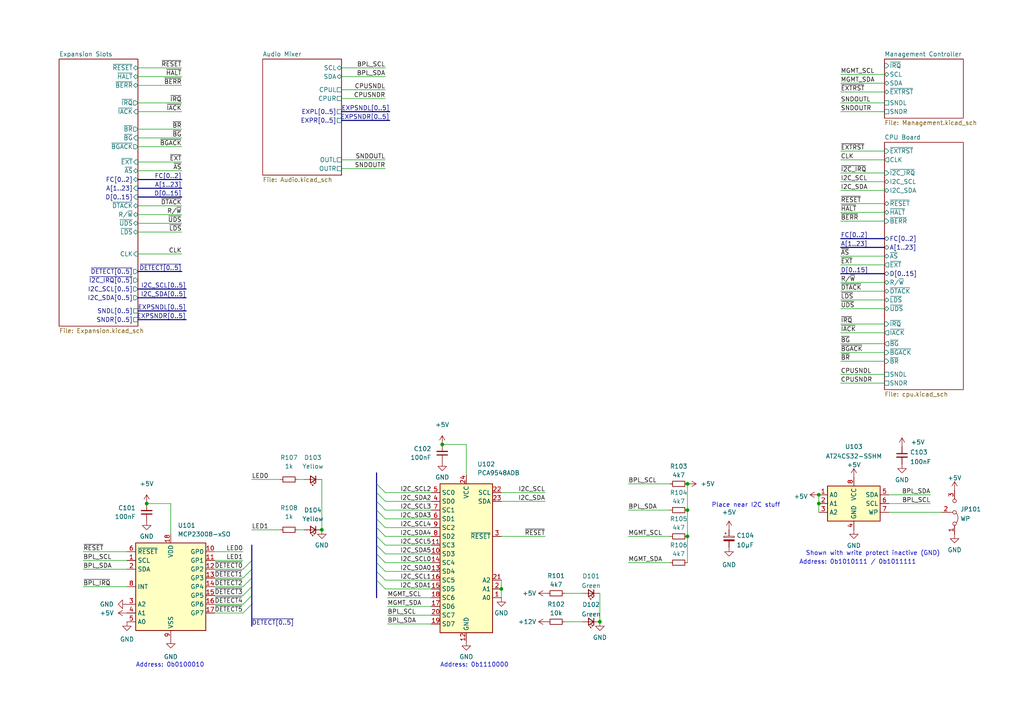
<source format=kicad_sch>
(kicad_sch (version 20211123) (generator eeschema)
  (paper "A4")
  (lib_symbols
    (symbol "Device:C_Polarized_Small" (pin_numbers hide) (pin_names (offset 0.254) hide)
      (property "Reference" "C" (at 0.254 1.778 0))
      (property "Value" "C_Polarized_Small" (at 0.254 -2.032 0))
      (symbol "C_Polarized_Small_0_1"
        (rectangle (start -1.524 -0.3048) (end 1.524 -0.6858) (fill (type outline)))
        (rectangle (start -1.524 0.6858) (end 1.524 0.3048))
        (polyline (pts (xy -1.27 1.524) (xy -0.762 1.524)))
        (polyline (pts (xy -1.016 1.27) (xy -1.016 1.778)))
      )
      (symbol "C_Polarized_Small_1_1"
        (pin passive line (at 0 2.54 270) (length 1.8542) (name "~") (number "1"))
        (pin passive line (at 0 -2.54 90) (length 1.8542) (name "~") (number "2"))
      )
    )
    (symbol "Device:C_Small" (pin_numbers hide) (pin_names (offset 0.254) hide)
      (property "Reference" "C" (at 0.254 1.778 0))
      (property "Value" "C_Small" (at 0.254 -2.032 0))
      (symbol "C_Small_0_1"
        (polyline (pts (xy -1.524 -0.508) (xy 1.524 -0.508)) (stroke (width 0.3302)))
        (polyline (pts (xy -1.524 0.508) (xy 1.524 0.508)) (stroke (width 0.3048)))
      )
      (symbol "C_Small_1_1"
        (pin passive line (at 0 2.54 270) (length 2.032) (name "~") (number "1"))
        (pin passive line (at 0 -2.54 90) (length 2.032) (name "~") (number "2"))
      )
    )
    (symbol "Device:LED_Small" (pin_numbers hide) (pin_names (offset 0.254) hide)
      (property "Reference" "D" (at -1.27 3.175 0))
      (property "Value" "LED_Small" (at -4.445 -2.54 0))
      (symbol "LED_Small_0_1"
        (polyline (pts (xy -0.762 -1.016) (xy -0.762 1.016)) (stroke (width 0.254)))
        (polyline (pts (xy 1.016 0) (xy -0.762 0)))
        (polyline (pts (xy 0.762 -1.016) (xy -0.762 0) (xy 0.762 1.016) (xy 0.762 -1.016)) (stroke (width 0.254)))
        (polyline (pts (xy 0 0.762) (xy -0.508 1.27) (xy -0.254 1.27) (xy -0.508 1.27) (xy -0.508 1.016)))
        (polyline (pts (xy 0.508 1.27) (xy 0 1.778) (xy 0.254 1.778) (xy 0 1.778) (xy 0 1.524)))
      )
      (symbol "LED_Small_1_1"
        (pin passive line (at -2.54 0 0) (length 1.778) (name "K") (number "1"))
        (pin passive line (at 2.54 0 180) (length 1.778) (name "A") (number "2"))
      )
    )
    (symbol "Device:R_Small" (pin_numbers hide) (pin_names (offset 0.254) hide)
      (property "Reference" "R" (at 0.762 0.508 0))
      (property "Value" "R_Small" (at 0.762 -1.016 0))
      (symbol "R_Small_0_1"
        (rectangle (start -0.762 1.778) (end 0.762 -1.778) (stroke (width 0.2032)))
      )
      (symbol "R_Small_1_1"
        (pin passive line (at 0 2.54 270) (length 0.762) (name "~") (number "1"))
        (pin passive line (at 0 -2.54 90) (length 0.762) (name "~") (number "2"))
      )
    )
    (symbol "Interface_Expansion:MCP23008-xSO"
      (property "Reference" "U" (at -8.89 13.97 0))
      (property "Value" "MCP23008-xSO" (at 8.89 13.97 0))
      (symbol "MCP23008-xSO_0_1"
        (rectangle (start -10.16 12.7) (end 10.16 -12.7) (stroke (width 0.254)) (fill (type background)))
      )
      (symbol "MCP23008-xSO_1_1"
        (pin input line (at -12.7 7.62 0) (length 2.54) (name "SCL") (number "1"))
        (pin bidirectional line (at 12.7 10.16 180) (length 2.54) (name "GP0") (number "10"))
        (pin bidirectional line (at 12.7 7.62 180) (length 2.54) (name "GP1") (number "11"))
        (pin bidirectional line (at 12.7 5.08 180) (length 2.54) (name "GP2") (number "12"))
        (pin bidirectional line (at 12.7 2.54 180) (length 2.54) (name "GP3") (number "13"))
        (pin bidirectional line (at 12.7 0 180) (length 2.54) (name "GP4") (number "14"))
        (pin bidirectional line (at 12.7 -2.54 180) (length 2.54) (name "GP5") (number "15"))
        (pin bidirectional line (at 12.7 -5.08 180) (length 2.54) (name "GP6") (number "16"))
        (pin bidirectional line (at 12.7 -7.62 180) (length 2.54) (name "GP7") (number "17"))
        (pin power_in line (at 0 15.24 270) (length 2.54) (name "VDD") (number "18"))
        (pin bidirectional line (at -12.7 5.08 0) (length 2.54) (name "SDA") (number "2"))
        (pin input line (at -12.7 -5.08 0) (length 2.54) (name "A2") (number "3"))
        (pin input line (at -12.7 -7.62 0) (length 2.54) (name "A1") (number "4"))
        (pin input line (at -12.7 -10.16 0) (length 2.54) (name "A0") (number "5"))
        (pin input line (at -12.7 10.16 0) (length 2.54) (name "~{RESET}") (number "6"))
        (pin no_connect line (at -10.16 -2.54 0) (length 2.54) hide (name "NC") (number "7"))
        (pin output line (at -12.7 0 0) (length 2.54) (name "INT") (number "8"))
        (pin power_in line (at 0 -15.24 90) (length 2.54) (name "VSS") (number "9"))
      )
    )
    (symbol "Interface_Expansion:PCA9548ADB"
      (property "Reference" "U" (at -7.62 21.59 0))
      (property "Value" "PCA9548ADB" (at 1.016 21.59 0))
      (symbol "PCA9548ADB_0_1"
        (rectangle (start -7.62 20.32) (end 7.62 -22.86) (stroke (width 0.254)) (fill (type background)))
      )
      (symbol "PCA9548ADB_1_1"
        (pin input line (at -10.16 -12.7 0) (length 2.54) (name "A0") (number "1"))
        (pin bidirectional line (at 10.16 0 180) (length 2.54) (name "SD3") (number "10"))
        (pin output line (at 10.16 2.54 180) (length 2.54) (name "SC3") (number "11"))
        (pin power_in line (at 0 -25.4 90) (length 2.54) (name "GND") (number "12"))
        (pin bidirectional line (at 10.16 -5.08 180) (length 2.54) (name "SD4") (number "13"))
        (pin output line (at 10.16 -2.54 180) (length 2.54) (name "SC4") (number "14"))
        (pin bidirectional line (at 10.16 -10.16 180) (length 2.54) (name "SD5") (number "15"))
        (pin output line (at 10.16 -7.62 180) (length 2.54) (name "SC5") (number "16"))
        (pin bidirectional line (at 10.16 -15.24 180) (length 2.54) (name "SD6") (number "17"))
        (pin output line (at 10.16 -12.7 180) (length 2.54) (name "SC6") (number "18"))
        (pin bidirectional line (at 10.16 -20.32 180) (length 2.54) (name "SD7") (number "19"))
        (pin input line (at -10.16 -10.16 0) (length 2.54) (name "A1") (number "2"))
        (pin output line (at 10.16 -17.78 180) (length 2.54) (name "SC7") (number "20"))
        (pin input line (at -10.16 -7.62 0) (length 2.54) (name "A2") (number "21"))
        (pin input line (at -10.16 17.78 0) (length 2.54) (name "SCL") (number "22"))
        (pin bidirectional line (at -10.16 15.24 0) (length 2.54) (name "SDA") (number "23"))
        (pin power_in line (at 0 22.86 270) (length 2.54) (name "VCC") (number "24"))
        (pin input line (at -10.16 5.08 0) (length 2.54) (name "~{RESET}") (number "3"))
        (pin bidirectional line (at 10.16 15.24 180) (length 2.54) (name "SD0") (number "4"))
        (pin output line (at 10.16 17.78 180) (length 2.54) (name "SC0") (number "5"))
        (pin bidirectional line (at 10.16 10.16 180) (length 2.54) (name "SD1") (number "6"))
        (pin output line (at 10.16 12.7 180) (length 2.54) (name "SC1") (number "7"))
        (pin bidirectional line (at 10.16 5.08 180) (length 2.54) (name "SD2") (number "8"))
        (pin output line (at 10.16 7.62 180) (length 2.54) (name "SC2") (number "9"))
      )
    )
    (symbol "Jumper:Jumper_3_Bridged12" (pin_names (offset 0) hide)
      (property "Reference" "JP" (at -2.54 -2.54 0))
      (property "Value" "Jumper_3_Bridged12" (at 0 2.794 0))
      (symbol "Jumper_3_Bridged12_0_0"
        (circle (center -3.302 0) (radius 0.508))
        (circle (center 0 0) (radius 0.508))
        (circle (center 3.302 0) (radius 0.508))
      )
      (symbol "Jumper_3_Bridged12_0_1"
        (arc (start -0.254 0.508) (mid -1.651 0.9912) (end -3.048 0.508))
        (polyline (pts (xy 0 -1.27) (xy 0 -0.508)))
      )
      (symbol "Jumper_3_Bridged12_1_1"
        (pin passive line (at -6.35 0 0) (length 2.54) (name "A") (number "1"))
        (pin input line (at 0 -3.81 90) (length 2.54) (name "C") (number "2"))
        (pin passive line (at 6.35 0 180) (length 2.54) (name "B") (number "3"))
      )
    )
    (symbol "Memory_EEPROM:AT24CS32-SSHM"
      (property "Reference" "U" (at -7.62 6.35 0))
      (property "Value" "AT24CS32-SSHM" (at 2.54 -6.35 0))
      (symbol "AT24CS32-SSHM_1_1"
        (rectangle (start -7.62 5.08) (end 7.62 -5.08) (stroke (width 0.254)) (fill (type background)))
        (pin input line (at -10.16 2.54 0) (length 2.54) (name "A0") (number "1"))
        (pin input line (at -10.16 0 0) (length 2.54) (name "A1") (number "2"))
        (pin input line (at -10.16 -2.54 0) (length 2.54) (name "A2") (number "3"))
        (pin power_in line (at 0 -7.62 90) (length 2.54) (name "GND") (number "4"))
        (pin bidirectional line (at 10.16 2.54 180) (length 2.54) (name "SDA") (number "5"))
        (pin input line (at 10.16 0 180) (length 2.54) (name "SCL") (number "6"))
        (pin input line (at 10.16 -2.54 180) (length 2.54) (name "WP") (number "7"))
        (pin power_in line (at 0 7.62 270) (length 2.54) (name "VCC") (number "8"))
      )
    )
    (symbol "power:+12V" (power) (pin_names (offset 0))
      (property "Value" "+12V" (at 0 3.556 0))
      (symbol "+12V_0_1"
        (polyline (pts (xy -0.762 1.27) (xy 0 2.54)))
        (polyline (pts (xy 0 0) (xy 0 2.54)))
        (polyline (pts (xy 0 2.54) (xy 0.762 1.27)))
      )
      (symbol "+12V_1_1"
        (pin power_in line (at 0 0 90) (length 0) hide (name "+12V") (number "1"))
      )
    )
    (symbol "power:+5V" (power) (pin_names (offset 0))
      (property "Value" "+5V" (at 0 3.556 0))
      (symbol "+5V_0_1"
        (polyline (pts (xy -0.762 1.27) (xy 0 2.54)))
        (polyline (pts (xy 0 0) (xy 0 2.54)))
        (polyline (pts (xy 0 2.54) (xy 0.762 1.27)))
      )
      (symbol "+5V_1_1"
        (pin power_in line (at 0 0 90) (length 0) hide (name "+5V") (number "1"))
      )
    )
    (symbol "power:GND" (power) (pin_names (offset 0))
      (property "Value" "GND" (at 0 -3.81 0))
      (symbol "GND_0_1"
        (polyline (pts (xy 0 0) (xy 0 -1.27) (xy 1.27 -1.27) (xy 0 -2.54) (xy -1.27 -1.27) (xy 0 -1.27)))
      )
      (symbol "GND_1_1"
        (pin power_in line (at 0 0 270) (length 0) hide (name "GND") (number "1"))
      )
    )
  )
  (junction (at 93.345 153.67))
  (junction (at 237.49 146.05))
  (junction (at 173.99 180.34))
  (junction (at 199.39 147.955))
  (junction (at 128.27 128.905))
  (junction (at 199.39 155.575))
  (junction (at 42.545 146.05))
  (junction (at 145.415 170.815))
  (junction (at 237.49 143.51))
  (junction (at 199.39 140.335))
  (bus_entry (at 70.485 175.26) (size 2.54 -2.54))
  (bus_entry (at 70.485 172.72) (size 2.54 -2.54))
  (bus_entry (at 70.485 177.8) (size 2.54 -2.54))
  (bus_entry (at 70.485 165.1) (size 2.54 -2.54))
  (bus_entry (at 70.485 170.18) (size 2.54 -2.54))
  (bus_entry (at 70.485 167.64) (size 2.54 -2.54))
  (bus_entry (at 109.22 140.335) (size 2.54 2.54))
  (bus_entry (at 109.22 145.415) (size 2.54 2.54))
  (bus_entry (at 109.22 147.955) (size 2.54 2.54))
  (bus_entry (at 109.22 142.875) (size 2.54 2.54))
  (bus_entry (at 109.22 155.575) (size 2.54 2.54))
  (bus_entry (at 109.22 158.115) (size 2.54 2.54))
  (bus_entry (at 109.22 160.655) (size 2.54 2.54))
  (bus_entry (at 109.22 163.195) (size 2.54 2.54))
  (bus_entry (at 109.22 165.735) (size 2.54 2.54))
  (bus_entry (at 109.22 150.495) (size 2.54 2.54))
  (bus_entry (at 109.22 168.275) (size 2.54 2.54))
  (bus_entry (at 109.22 153.035) (size 2.54 2.54))
  (wire (pts (xy 62.23 177.8) (xy 70.485 177.8)))
  (bus (pts (xy 243.84 71.755) (xy 256.54 71.755)))
  (bus (pts (xy 109.22 147.955) (xy 109.22 150.495)))
  (wire (pts (xy 194.31 140.335) (xy 182.245 140.335)))
  (wire (pts (xy 194.31 155.575) (xy 182.245 155.575)))
  (wire (pts (xy 40.005 64.77) (xy 52.705 64.77)))
  (bus (pts (xy 40.005 78.74) (xy 52.705 78.74)))
  (wire (pts (xy 194.31 147.955) (xy 182.245 147.955)))
  (wire (pts (xy 111.76 150.495) (xy 125.095 150.495)))
  (bus (pts (xy 243.84 69.215) (xy 256.54 69.215)))
  (wire (pts (xy 111.76 22.225) (xy 99.06 22.225)))
  (wire (pts (xy 40.005 42.545) (xy 52.705 42.545)))
  (wire (pts (xy 111.76 155.575) (xy 125.095 155.575)))
  (bus (pts (xy 40.005 52.07) (xy 52.705 52.07)))
  (wire (pts (xy 173.99 172.085) (xy 173.99 180.34)))
  (wire (pts (xy 111.76 142.875) (xy 125.095 142.875)))
  (wire (pts (xy 81.28 153.67) (xy 73.025 153.67)))
  (bus (pts (xy 73.025 175.26) (xy 73.025 181.61)))
  (bus (pts (xy 109.22 165.735) (xy 109.22 168.275)))
  (bus (pts (xy 73.025 165.1) (xy 73.025 167.64)))
  (wire (pts (xy 145.415 168.275) (xy 145.415 170.815)))
  (wire (pts (xy 40.005 49.53) (xy 52.705 49.53)))
  (wire (pts (xy 24.13 160.02) (xy 36.83 160.02)))
  (wire (pts (xy 49.53 146.05) (xy 49.53 154.94)))
  (bus (pts (xy 40.005 57.15) (xy 52.705 57.15)))
  (wire (pts (xy 24.13 170.18) (xy 36.83 170.18)))
  (wire (pts (xy 257.81 146.05) (xy 269.875 146.05)))
  (wire (pts (xy 40.005 29.845) (xy 52.705 29.845)))
  (wire (pts (xy 145.415 155.575) (xy 158.115 155.575)))
  (wire (pts (xy 86.36 153.67) (xy 88.265 153.67)))
  (wire (pts (xy 257.81 143.51) (xy 269.875 143.51)))
  (wire (pts (xy 40.005 59.69) (xy 52.705 59.69)))
  (wire (pts (xy 40.005 73.66) (xy 52.705 73.66)))
  (wire (pts (xy 111.76 26.035) (xy 99.06 26.035)))
  (bus (pts (xy 40.005 90.17) (xy 53.975 90.17)))
  (wire (pts (xy 243.84 89.535) (xy 256.54 89.535)))
  (wire (pts (xy 112.395 175.895) (xy 125.095 175.895)))
  (bus (pts (xy 109.22 145.415) (xy 109.22 147.955)))
  (wire (pts (xy 73.025 139.065) (xy 81.28 139.065)))
  (wire (pts (xy 40.005 46.99) (xy 52.705 46.99)))
  (wire (pts (xy 243.84 29.845) (xy 256.54 29.845)))
  (bus (pts (xy 109.22 153.035) (xy 109.22 155.575)))
  (wire (pts (xy 111.76 46.355) (xy 99.06 46.355)))
  (wire (pts (xy 112.395 180.975) (xy 125.095 180.975)))
  (wire (pts (xy 111.76 19.685) (xy 99.06 19.685)))
  (wire (pts (xy 135.255 128.905) (xy 128.27 128.905)))
  (wire (pts (xy 243.84 104.775) (xy 256.54 104.775)))
  (wire (pts (xy 111.76 165.735) (xy 125.095 165.735)))
  (wire (pts (xy 243.84 43.815) (xy 256.54 43.815)))
  (bus (pts (xy 40.005 92.71) (xy 53.975 92.71)))
  (wire (pts (xy 243.84 111.125) (xy 256.54 111.125)))
  (wire (pts (xy 145.415 145.415) (xy 158.115 145.415)))
  (wire (pts (xy 62.23 172.72) (xy 70.485 172.72)))
  (wire (pts (xy 237.49 146.05) (xy 237.49 148.59)))
  (bus (pts (xy 109.22 158.115) (xy 109.22 160.655)))
  (wire (pts (xy 62.23 170.18) (xy 70.485 170.18)))
  (wire (pts (xy 243.84 64.135) (xy 256.54 64.135)))
  (wire (pts (xy 111.76 145.415) (xy 125.095 145.415)))
  (wire (pts (xy 135.255 128.905) (xy 135.255 137.795)))
  (bus (pts (xy 109.22 142.875) (xy 109.22 145.415)))
  (bus (pts (xy 73.025 167.64) (xy 73.025 170.18)))
  (wire (pts (xy 243.84 61.595) (xy 256.54 61.595)))
  (wire (pts (xy 62.23 160.02) (xy 70.485 160.02)))
  (wire (pts (xy 93.345 139.065) (xy 93.345 153.67)))
  (wire (pts (xy 62.23 162.56) (xy 70.485 162.56)))
  (wire (pts (xy 40.005 37.465) (xy 52.705 37.465)))
  (wire (pts (xy 62.23 165.1) (xy 70.485 165.1)))
  (wire (pts (xy 111.76 153.035) (xy 125.095 153.035)))
  (wire (pts (xy 40.005 22.225) (xy 52.705 22.225)))
  (wire (pts (xy 40.005 67.31) (xy 52.705 67.31)))
  (wire (pts (xy 199.39 140.335) (xy 199.39 147.955)))
  (wire (pts (xy 40.005 32.385) (xy 52.705 32.385)))
  (wire (pts (xy 243.84 84.455) (xy 256.54 84.455)))
  (bus (pts (xy 99.06 34.925) (xy 113.03 34.925)))
  (bus (pts (xy 109.22 163.195) (xy 109.22 165.735)))
  (bus (pts (xy 73.025 158.115) (xy 73.025 162.56)))
  (wire (pts (xy 111.76 147.955) (xy 125.095 147.955)))
  (bus (pts (xy 40.005 54.61) (xy 52.705 54.61)))
  (wire (pts (xy 243.84 99.695) (xy 256.54 99.695)))
  (wire (pts (xy 243.84 76.835) (xy 256.54 76.835)))
  (wire (pts (xy 112.395 178.435) (xy 125.095 178.435)))
  (bus (pts (xy 99.06 32.385) (xy 113.03 32.385)))
  (bus (pts (xy 109.22 168.275) (xy 109.22 173.355)))
  (wire (pts (xy 243.84 59.055) (xy 256.54 59.055)))
  (bus (pts (xy 109.22 155.575) (xy 109.22 158.115)))
  (wire (pts (xy 243.84 74.295) (xy 256.54 74.295)))
  (wire (pts (xy 40.005 24.765) (xy 52.705 24.765)))
  (wire (pts (xy 243.84 108.585) (xy 256.54 108.585)))
  (wire (pts (xy 40.005 62.23) (xy 52.705 62.23)))
  (wire (pts (xy 145.415 170.815) (xy 145.415 173.355)))
  (wire (pts (xy 49.53 146.05) (xy 42.545 146.05)))
  (wire (pts (xy 111.76 163.195) (xy 125.095 163.195)))
  (bus (pts (xy 73.025 172.72) (xy 73.025 175.26)))
  (wire (pts (xy 237.49 143.51) (xy 237.49 146.05)))
  (wire (pts (xy 111.76 158.115) (xy 125.095 158.115)))
  (bus (pts (xy 40.005 86.36) (xy 53.975 86.36)))
  (wire (pts (xy 163.83 180.34) (xy 168.91 180.34)))
  (wire (pts (xy 243.84 102.235) (xy 256.54 102.235)))
  (wire (pts (xy 243.84 32.385) (xy 256.54 32.385)))
  (bus (pts (xy 73.025 170.18) (xy 73.025 172.72)))
  (wire (pts (xy 111.76 168.275) (xy 125.095 168.275)))
  (bus (pts (xy 243.84 79.375) (xy 256.54 79.375)))
  (wire (pts (xy 243.84 24.13) (xy 256.54 24.13)))
  (wire (pts (xy 111.76 170.815) (xy 125.095 170.815)))
  (wire (pts (xy 243.84 96.52) (xy 256.54 96.52)))
  (wire (pts (xy 24.13 165.1) (xy 36.83 165.1)))
  (wire (pts (xy 243.84 52.705) (xy 256.54 52.705)))
  (wire (pts (xy 62.23 175.26) (xy 70.485 175.26)))
  (bus (pts (xy 109.22 160.655) (xy 109.22 163.195)))
  (wire (pts (xy 40.005 40.005) (xy 52.705 40.005)))
  (wire (pts (xy 199.39 155.575) (xy 199.39 163.195)))
  (wire (pts (xy 111.76 48.895) (xy 99.06 48.895)))
  (wire (pts (xy 40.005 19.685) (xy 52.705 19.685)))
  (wire (pts (xy 194.31 163.195) (xy 182.245 163.195)))
  (wire (pts (xy 86.36 139.065) (xy 88.265 139.065)))
  (wire (pts (xy 243.84 86.995) (xy 256.54 86.995)))
  (wire (pts (xy 243.84 93.98) (xy 256.54 93.98)))
  (wire (pts (xy 112.395 173.355) (xy 125.095 173.355)))
  (bus (pts (xy 109.22 140.335) (xy 109.22 142.875)))
  (wire (pts (xy 243.84 55.245) (xy 256.54 55.245)))
  (wire (pts (xy 111.76 28.575) (xy 99.06 28.575)))
  (wire (pts (xy 24.13 162.56) (xy 36.83 162.56)))
  (wire (pts (xy 243.84 46.355) (xy 256.54 46.355)))
  (wire (pts (xy 243.84 21.59) (xy 256.54 21.59)))
  (wire (pts (xy 243.84 50.165) (xy 256.54 50.165)))
  (wire (pts (xy 243.84 81.915) (xy 256.54 81.915)))
  (wire (pts (xy 199.39 147.955) (xy 199.39 155.575)))
  (bus (pts (xy 40.005 83.82) (xy 53.975 83.82)))
  (bus (pts (xy 109.22 150.495) (xy 109.22 153.035)))
  (wire (pts (xy 145.415 142.875) (xy 158.115 142.875)))
  (bus (pts (xy 73.025 162.56) (xy 73.025 165.1)))
  (wire (pts (xy 62.23 167.64) (xy 70.485 167.64)))
  (wire (pts (xy 257.81 148.59) (xy 273.05 148.59)))
  (wire (pts (xy 111.76 160.655) (xy 125.095 160.655)))
  (bus (pts (xy 109.22 137.16) (xy 109.22 140.335)))
  (wire (pts (xy 243.84 26.67) (xy 256.54 26.67)))
  (wire (pts (xy 163.83 172.085) (xy 168.91 172.085)))
  (text "Address: 0b1110000" (at 127.635 193.675 0) (effects (font (size 1.27 1.27)) (justify left bottom)))
  (text "Address: 0b1010111 / 0b1011111" (at 231.775 163.83 0) (effects (font (size 1.27 1.27)) (justify left bottom)))
  (text "Address: 0b0100010" (at 39.37 193.675 0) (effects (font (size 1.27 1.27)) (justify left bottom)))
  (text "Place near I2C stuff" (at 206.375 147.32 0) (effects (font (size 1.27 1.27)) (justify left bottom)))
  (text "Shown with write protect inactive (GND)" (at 233.68 161.29 0) (effects (font (size 1.27 1.27)) (justify left bottom)))
  (label "~{IRQ}" (at 52.705 29.845 180))
  (label "BPL_SDA" (at 269.875 143.51 180))
  (label "~{DETECT[0..5]}" (at 73.025 181.61 0))
  (label "I2C_SDA5" (at 125.095 160.655 180))
  (label "~{BGACK}" (at 243.84 102.235 0))
  (label "~{BERR}" (at 52.705 24.765 180))
  (label "~{DETECT0}" (at 62.23 165.1 0))
  (label "D[0..15]" (at 52.705 57.15 180))
  (label "~{EXTRST}" (at 243.84 26.67 0))
  (label "~{BR}" (at 52.705 37.465 180))
  (label "FC[0..2]" (at 243.84 69.215 0))
  (label "~{DETECT5}" (at 62.23 177.8 0))
  (label "~{BG}" (at 243.84 99.695 0))
  (label "~{AS}" (at 52.705 49.53 180))
  (label "A[1..23]" (at 243.84 71.755 0))
  (label "~{DTACK}" (at 52.705 59.69 180))
  (label "I2C_SDA4" (at 125.095 155.575 180))
  (label "SNDOUTL" (at 243.84 29.845 0))
  (label "~{DETECT2}" (at 62.23 170.18 0))
  (label "I2C_SCL1" (at 125.095 168.275 180))
  (label "I2C_SCL[0..5]" (at 53.975 83.82 180))
  (label "~{BG}" (at 52.705 40.005 180))
  (label "I2C_SCL0" (at 125.095 163.195 180))
  (label "I2C_SCL" (at 243.84 52.705 0))
  (label "I2C_SCL2" (at 125.095 142.875 180))
  (label "~{EXT}" (at 243.84 76.835 0))
  (label "~{AS}" (at 243.84 74.295 0))
  (label "CLK" (at 52.705 73.66 180))
  (label "BPL_SCL" (at 111.76 19.685 180))
  (label "~{LDS}" (at 52.705 67.31 180))
  (label "MGMT_SDA" (at 112.395 175.895 0))
  (label "~{BPL_IRQ}" (at 24.13 170.18 0))
  (label "~{DTACK}" (at 243.84 84.455 0))
  (label "BPL_SDA" (at 112.395 180.975 0))
  (label "R{slash}~{W}" (at 243.84 81.915 0))
  (label "EXPSNDR[0..5]" (at 112.9825 34.925 180))
  (label "BPL_SCL" (at 112.395 178.435 0))
  (label "~{EXTRST}" (at 243.84 43.815 0))
  (label "~{BGACK}" (at 52.705 42.545 180))
  (label "CPUSNDR" (at 243.84 111.125 0))
  (label "I2C_SDA" (at 158.115 145.415 180))
  (label "I2C_SDA0" (at 125.095 165.735 180))
  (label "I2C_SDA" (at 243.84 55.245 0))
  (label "MGMT_SCL" (at 182.245 155.575 0))
  (label "BPL_SCL" (at 269.875 146.05 180))
  (label "~{EXT}" (at 52.705 46.99 180))
  (label "I2C_SCL4" (at 125.095 153.035 180))
  (label "EXPSNDL[0..5]" (at 53.975 90.17 180))
  (label "BPL_SDA" (at 24.13 165.1 0))
  (label "LED0" (at 73.025 139.065 0))
  (label "R{slash}~{W}" (at 52.705 62.23 180))
  (label "I2C_SCL5" (at 125.095 158.115 180))
  (label "SNDOUTL" (at 111.76 46.355 180))
  (label "BPL_SCL" (at 182.245 140.335 0))
  (label "CPUSNDL" (at 111.76 26.035 180))
  (label "CLK" (at 243.84 46.355 0))
  (label "CPUSNDL" (at 243.84 108.585 0))
  (label "BPL_SCL" (at 24.13 162.56 0))
  (label "~{LDS}" (at 243.84 86.995 0))
  (label "I2C_SCL" (at 158.115 142.875 180))
  (label "~{HALT}" (at 52.705 22.225 180))
  (label "A[1..23]" (at 52.705 54.61 180))
  (label "~{DETECT4}" (at 62.23 175.26 0))
  (label "I2C_SDA1" (at 125.095 170.815 180))
  (label "I2C_SDA2" (at 125.095 145.415 180))
  (label "FC[0..2]" (at 52.705 52.07 180))
  (label "SNDOUTR" (at 111.76 48.895 180))
  (label "~{BERR}" (at 243.84 64.135 0))
  (label "LED1" (at 73.025 153.67 0))
  (label "MGMT_SCL" (at 112.395 173.355 0))
  (label "~{RESET}" (at 243.84 59.055 0))
  (label "~{IRQ}" (at 243.84 93.98 0))
  (label "~{DETECT[0..5]}" (at 52.705 78.74 180))
  (label "CPUSNDR" (at 111.76 28.575 180))
  (label "~{RESET}" (at 52.705 19.685 180))
  (label "BPL_SDA" (at 182.245 147.955 0))
  (label "~{UDS}" (at 243.84 89.535 0))
  (label "I2C_SCL3" (at 125.095 147.955 180))
  (label "I2C_SDA[0..5]" (at 53.975 86.36 180))
  (label "~{HALT}" (at 243.84 61.595 0))
  (label "~{IACK}" (at 243.84 96.52 0))
  (label "I2C_SDA3" (at 125.095 150.495 180))
  (label "~{UDS}" (at 52.705 64.77 180))
  (label "~{RESET}" (at 24.13 160.02 0))
  (label "~{IACK}" (at 52.705 32.385 180))
  (label "~{BR}" (at 243.84 104.775 0))
  (label "~{I2C_IRQ}" (at 243.84 50.165 0))
  (label "LED0" (at 70.485 160.02 180))
  (label "BPL_SDA" (at 111.76 22.225 180))
  (label "LED1" (at 70.485 162.56 180))
  (label "MGMT_SDA" (at 182.245 163.195 0))
  (label "~{DETECT3}" (at 62.23 172.72 0))
  (label "~{RESET}" (at 158.115 155.575 180))
  (label "SNDOUTR" (at 243.84 32.385 0))
  (label "D[0..15]" (at 243.84 79.375 0))
  (label "MGMT_SCL" (at 243.84 21.59 0))
  (label "EXPSNDR[0..5]" (at 53.9275 92.71 180))
  (label "EXPSNDL[0..5]" (at 113.03 32.385 180))
  (label "~{DETECT1}" (at 62.23 167.64 0))
  (label "MGMT_SDA" (at 243.84 24.13 0))
  (symbol (lib_id "power:GND") (at 173.99 180.34 0) (unit 1)
    (property "Reference" "#PWR0113" (effects hide))
    (property "Value" "GND" (at 173.99 184.9024 0))
  )
  (symbol (lib_id "Device:C_Small") (at 261.62 132.08 0) (unit 1)
    (property "Reference" "C103" (at 263.9441 131.1715 0) (effects (justify left)))
    (property "Value" "100nF" (at 263.9441 133.9466 0) (effects (justify left)))
    (property "Footprint" "Capacitor_SMD:C_0805_2012Metric" (effects hide))
  )
  (symbol (lib_id "Device:C_Polarized_Small") (at 211.455 156.21 0) (unit 1)
    (property "Reference" "C104" (at 213.614 155.3015 0) (effects (justify left)))
    (property "Value" "10µF" (at 213.614 158.0766 0) (effects (justify left)))
    (property "Footprint" "Capacitor_Tantalum_SMD:CP_EIA-3216-18_Kemet-A" (effects hide))
    (property "MPN" "TAJA106K016RNJV" (effects hide))
  )
  (symbol (lib_id "Device:R_Small") (at 161.29 180.34 270) (mirror x) (unit 1)
    (property "Reference" "R102" (at 161.29 175.26 90))
    (property "Value" "10k" (at 161.29 177.8 90))
    (property "Footprint" "Resistor_SMD:R_0805_2012Metric" (effects hide))
  )
  (symbol (lib_id "power:+5V") (at 237.49 143.51 90) (unit 1)
    (property "Reference" "#PWR0115" (effects hide))
    (property "Value" "+5V" (at 234.315 143.989 90) (effects (justify left)))
  )
  (symbol (lib_id "power:GND") (at 36.83 180.34 0) (unit 1)
    (property "Reference" "#PWR0103" (effects hide))
    (property "Value" "GND" (at 36.83 185.42 0))
  )
  (symbol (lib_id "Device:LED_Small") (at 90.805 153.67 180) (unit 1)
    (property "Reference" "D104" (at 90.7415 147.955 0))
    (property "Value" "Yellow" (at 90.7415 150.495 0))
    (property "Footprint" "LED_SMD:LED_0805_2012Metric" (effects hide))
    (property "MPN" "AP2012YD" (effects hide))
  )
  (symbol (lib_id "power:GND") (at 42.545 151.13 0) (unit 1)
    (property "Reference" "#PWR0105" (effects hide))
    (property "Value" "GND" (at 42.545 155.575 0))
  )
  (symbol (lib_id "Device:R_Small") (at 196.85 140.335 270) (mirror x) (unit 1)
    (property "Reference" "R103" (at 196.85 135.255 90))
    (property "Value" "4k7" (at 196.85 137.795 90))
    (property "Footprint" "Resistor_SMD:R_0805_2012Metric" (effects hide))
  )
  (symbol (lib_id "power:GND") (at 261.62 134.62 0) (unit 1)
    (property "Reference" "#PWR0119" (effects hide))
    (property "Value" "GND" (at 261.62 139.1824 0))
  )
  (symbol (lib_id "power:GND") (at 135.255 186.055 0) (unit 1)
    (property "Reference" "#PWR0109" (effects hide))
    (property "Value" "GND" (at 135.255 190.5 0))
  )
  (symbol (lib_id "Memory_EEPROM:AT24CS32-SSHM") (at 247.65 146.05 0) (unit 1)
    (property "Reference" "U103" (at 247.65 129.54 0))
    (property "Value" "AT24CS32-SSHM" (at 247.65 132.3151 0))
    (property "Footprint" "Package_SO:SOIC-8_3.9x4.9mm_P1.27mm" (effects hide))
    (property "Datasheet" "http://ww1.microchip.com/downloads/en/DeviceDoc/Atmel-8869-SEEPROM-AT24CS32-Datasheet.pdf" (effects hide))
    (property "MPN" "AT24CS32-SSHM-T" (effects hide))
  )
  (symbol (lib_id "power:+5V") (at 247.65 138.43 0) (unit 1)
    (property "Reference" "#PWR0116" (effects hide))
    (property "Value" "+5V" (at 247.65 134.8255 0))
  )
  (symbol (lib_id "power:GND") (at 145.415 173.355 0) (unit 1)
    (property "Reference" "#PWR0110" (effects hide))
    (property "Value" "GND" (at 145.415 177.8 0))
  )
  (symbol (lib_id "Device:R_Small") (at 196.85 155.575 270) (mirror x) (unit 1)
    (property "Reference" "R105" (at 196.85 150.495 90))
    (property "Value" "4k7" (at 196.85 153.035 90))
    (property "Footprint" "Resistor_SMD:R_0805_2012Metric" (effects hide))
  )
  (symbol (lib_id "power:+5V") (at 211.455 153.67 0) (unit 1)
    (property "Reference" "#PWR0122" (effects hide))
    (property "Value" "+5V" (at 211.455 148.59 0))
  )
  (symbol (lib_id "power:+5V") (at 158.75 172.085 90) (unit 1)
    (property "Reference" "#PWR0111" (effects hide))
    (property "Value" "+5V" (at 155.575 172.0849 90) (effects (justify left)))
  )
  (symbol (lib_id "Device:LED_Small") (at 171.45 172.085 180) (unit 1)
    (property "Reference" "D101" (at 171.45 167.1025 0))
    (property "Value" "Green" (at 171.45 169.8776 0))
    (property "Footprint" "LED_SMD:LED_0805_2012Metric" (effects hide))
  )
  (symbol (lib_id "power:+5V") (at 261.62 129.54 0) (mirror y) (unit 1)
    (property "Reference" "#PWR0118" (effects hide))
    (property "Value" "+5V" (at 264.16 128.2699 0) (effects (justify right)))
  )
  (symbol (lib_id "Interface_Expansion:MCP23008-xSO") (at 49.53 170.18 0) (unit 1)
    (property "Reference" "U101" (at 51.5494 152.4 0) (effects (justify left)))
    (property "Value" "MCP23008-xSO" (at 51.5494 154.94 0) (effects (justify left)))
    (property "Footprint" "Package_SO:SOIC-18W_7.5x11.6mm_P1.27mm" (effects hide))
    (property "Datasheet" "http://ww1.microchip.com/downloads/en/DeviceDoc/MCP23008-MCP23S08-Data-Sheet-20001919F.pdf" (effects hide))
  )
  (symbol (lib_id "power:+12V") (at 158.75 180.34 90) (unit 1)
    (property "Reference" "#PWR0112" (effects hide))
    (property "Value" "+12V" (at 155.575 180.3399 90) (effects (justify left)))
  )
  (symbol (lib_id "Device:C_Small") (at 128.27 131.445 0) (mirror x) (unit 1)
    (property "Reference" "C102" (at 125.095 130.1685 0) (effects (justify right)))
    (property "Value" "100nF" (at 125.095 132.7085 0) (effects (justify right)))
    (property "Footprint" "Capacitor_SMD:C_0805_2012Metric" (effects hide))
  )
  (symbol (lib_id "power:GND") (at 36.83 175.26 270) (unit 1)
    (property "Reference" "#PWR0101" (effects hide))
    (property "Value" "GND" (at 33.02 175.2599 90) (effects (justify right)))
  )
  (symbol (lib_id "power:GND") (at 49.53 185.42 0) (unit 1)
    (property "Reference" "#PWR0106" (effects hide))
    (property "Value" "GND" (at 49.53 190.5 0))
  )
  (symbol (lib_id "Device:R_Small") (at 196.85 147.955 270) (mirror x) (unit 1)
    (property "Reference" "R104" (at 196.85 142.875 90))
    (property "Value" "4k7" (at 196.85 145.415 90))
    (property "Footprint" "Resistor_SMD:R_0805_2012Metric" (effects hide))
  )
  (symbol (lib_id "Device:R_Small") (at 83.82 139.065 90) (unit 1)
    (property "Reference" "R107" (at 83.82 132.715 90))
    (property "Value" "1k" (at 83.82 135.255 90))
    (property "Footprint" "Resistor_SMD:R_0805_2012Metric" (effects hide))
  )
  (symbol (lib_id "Jumper:Jumper_3_Bridged12") (at 276.86 148.59 270) (mirror x) (unit 1)
    (property "Reference" "JP101" (at 278.511 147.6815 90) (effects (justify left)))
    (property "Value" "WP" (at 278.511 150.4566 90) (effects (justify left)))
    (property "Footprint" "Jumper:SolderJumper-3_P1.3mm_Bridged2Bar12_Pad1.0x1.5mm" (effects hide))
  )
  (symbol (lib_id "Device:LED_Small") (at 171.45 180.34 180) (unit 1)
    (property "Reference" "D102" (at 171.45 175.3575 0))
    (property "Value" "Green" (at 171.45 178.1326 0))
    (property "Footprint" "LED_SMD:LED_0805_2012Metric" (effects hide))
  )
  (symbol (lib_id "Device:R_Small") (at 196.85 163.195 270) (mirror x) (unit 1)
    (property "Reference" "R106" (at 196.85 158.115 90))
    (property "Value" "4k7" (at 196.85 160.655 90))
    (property "Footprint" "Resistor_SMD:R_0805_2012Metric" (effects hide))
  )
  (symbol (lib_id "power:GND") (at 128.27 133.985 0) (unit 1)
    (property "Reference" "#PWR0108" (effects hide))
    (property "Value" "GND" (at 128.27 138.43 0))
  )
  (symbol (lib_id "power:+5V") (at 42.545 146.05 0) (mirror y) (unit 1)
    (property "Reference" "#PWR0104" (effects hide))
    (property "Value" "+5V" (at 42.545 140.335 0))
  )
  (symbol (lib_id "Device:LED_Small") (at 90.805 139.065 180) (unit 1)
    (property "Reference" "D103" (at 90.7415 132.715 0))
    (property "Value" "Yellow" (at 90.7415 135.255 0))
    (property "Footprint" "LED_SMD:LED_0805_2012Metric" (effects hide))
    (property "MPN" "AP2012YD" (effects hide))
  )
  (symbol (lib_id "power:GND") (at 247.65 153.67 0) (unit 1)
    (property "Reference" "#PWR0117" (effects hide))
    (property "Value" "GND" (at 247.65 158.2324 0))
  )
  (symbol (lib_id "Device:R_Small") (at 83.82 153.67 90) (unit 1)
    (property "Reference" "R108" (at 83.82 147.32 90))
    (property "Value" "1k" (at 83.82 149.86 90))
    (property "Footprint" "Resistor_SMD:R_0805_2012Metric" (effects hide))
  )
  (symbol (lib_id "power:GND") (at 93.345 153.67 0) (unit 1)
    (property "Reference" "#PWR0129" (effects hide))
    (property "Value" "GND" (at 93.345 158.115 0))
  )
  (symbol (lib_id "power:+5V") (at 36.83 177.8 90) (unit 1)
    (property "Reference" "#PWR0102" (effects hide))
    (property "Value" "+5V" (at 33.02 177.7999 90) (effects (justify left)))
  )
  (symbol (lib_id "Interface_Expansion:PCA9548ADB") (at 135.255 160.655 0) (mirror y) (unit 1)
    (property "Reference" "U102" (at 138.43 134.62 0) (effects (justify right)))
    (property "Value" "PCA9548ADB" (at 138.43 137.16 0) (effects (justify right)))
    (property "Footprint" "Package_SO:SSOP-24_5.3x8.2mm_P0.65mm" (effects hide))
    (property "Datasheet" "http://www.ti.com/lit/ds/symlink/pca9548a.pdf" (effects hide))
  )
  (symbol (lib_id "power:+5V") (at 128.27 128.905 0) (mirror y) (unit 1)
    (property "Reference" "#PWR0107" (effects hide))
    (property "Value" "+5V" (at 128.27 123.19 0))
  )
  (symbol (lib_id "power:+5V") (at 199.39 140.335 270) (unit 1)
    (property "Reference" "#PWR0114" (effects hide))
    (property "Value" "+5V" (at 203.2 140.3349 90) (effects (justify left)))
  )
  (symbol (lib_id "Device:C_Small") (at 42.545 148.59 0) (mirror x) (unit 1)
    (property "Reference" "C101" (at 39.37 147.3135 0) (effects (justify right)))
    (property "Value" "100nF" (at 39.37 149.8535 0) (effects (justify right)))
    (property "Footprint" "Capacitor_SMD:C_0805_2012Metric" (effects hide))
  )
  (symbol (lib_id "power:GND") (at 211.455 158.75 0) (unit 1)
    (property "Reference" "#PWR0123" (effects hide))
    (property "Value" "GND" (at 211.455 163.83 0))
  )
  (symbol (lib_id "power:GND") (at 276.86 154.94 0) (unit 1)
    (property "Reference" "#PWR0121" (effects hide))
    (property "Value" "GND" (at 276.86 159.5024 0))
  )
  (symbol (lib_id "Device:R_Small") (at 161.29 172.085 270) (mirror x) (unit 1)
    (property "Reference" "R101" (at 161.29 167.005 90))
    (property "Value" "4k7" (at 161.29 169.545 90))
    (property "Footprint" "Resistor_SMD:R_0805_2012Metric" (effects hide))
  )
  (symbol (lib_id "power:+5V") (at 276.86 142.24 0) (unit 1)
    (property "Reference" "#PWR0120" (effects hide))
    (property "Value" "+5V" (at 276.86 138.6355 0))
  )
  (sheet (at 256.54 17.145) (size 22.86 17.145) (stroke (width 0.1524))
    (property "Sheet name" "Management Controller" (at 256.54 16.4334 0) (effects (justify left bottom)))
    (property "Sheet file" "Management.kicad_sch" (at 256.54 34.8746 0) (effects (justify left top)))
    (pin "SNDL" passive (at 256.54 29.845 180))
    (pin "SDA" bidirectional (at 256.54 24.13 180))
    (pin "~{IRQ}" input (at 256.54 19.05 180))
    (pin "SCL" bidirectional (at 256.54 21.59 180))
    (pin "SNDR" passive (at 256.54 32.385 180))
    (pin "~{EXTRST}" bidirectional (at 256.54 26.67 180))
  )
  (sheet (at 76.2 17.145) (size 22.86 33.655) (stroke (width 0.1524))
    (property "Sheet name" "Audio Mixer" (at 76.2 16.4334 0) (effects (justify left bottom)))
    (property "Sheet file" "Audio.kicad_sch" (at 76.2 51.3846 0) (effects (justify left top)))
    (pin "SCL" bidirectional (at 99.06 19.685 0))
    (pin "SDA" bidirectional (at 99.06 22.225 0))
    (pin "EXPR[0..5]" passive (at 99.06 34.925 0))
    (pin "EXPL[0..5]" passive (at 99.06 32.385 0))
    (pin "CPUL" passive (at 99.06 26.035 0))
    (pin "CPUR" passive (at 99.06 28.575 0))
    (pin "OUTR" passive (at 99.06 48.895 0))
    (pin "OUTL" passive (at 99.06 46.355 0))
  )
  (sheet (at 256.54 41.275) (size 22.86 71.755) (stroke (width 0.1524))
    (property "Sheet name" "CPU Board" (at 256.54 40.5634 0) (effects (justify left bottom)))
    (property "Sheet file" "cpu.kicad_sch" (at 256.54 113.6146 0) (effects (justify left top)))
    (pin "I2C_SCL" tri_state (at 256.54 52.705 180))
    (pin "D[0..15]" bidirectional (at 256.54 79.375 180))
    (pin "CLK" output (at 256.54 46.355 180))
    (pin "SNDR" passive (at 256.54 111.125 180))
    (pin "~{EXT}" output (at 256.54 76.835 180))
    (pin "~{RESET}" bidirectional (at 256.54 59.055 180))
    (pin "~{IACK}" output (at 256.54 96.52 180))
    (pin "R{slash}~{W}" bidirectional (at 256.54 81.915 180))
    (pin "A[1..23]" bidirectional (at 256.54 71.755 180))
    (pin "FC[0..2]" bidirectional (at 256.54 69.215 180))
    (pin "~{I2C_IRQ}" input (at 256.54 50.165 180))
    (pin "I2C_SDA" tri_state (at 256.54 55.245 180))
    (pin "~{AS}" bidirectional (at 256.54 74.295 180))
    (pin "~{BG}" output (at 256.54 99.695 180))
    (pin "~{BR}" input (at 256.54 104.775 180))
    (pin "~{IRQ}" input (at 256.54 93.98 180))
    (pin "~{LDS}" bidirectional (at 256.54 86.995 180))
    (pin "~{DTACK}" bidirectional (at 256.54 84.455 180))
    (pin "~{UDS}" bidirectional (at 256.54 89.535 180))
    (pin "SNDL" passive (at 256.54 108.585 180))
    (pin "~{BGACK}" input (at 256.54 102.235 180))
    (pin "~{HALT}" bidirectional (at 256.54 61.595 180))
    (pin "~{BERR}" input (at 256.54 64.135 180))
    (pin "~{EXTRST}" input (at 256.54 43.815 180))
  )
  (sheet (at 17.145 17.145) (size 22.86 77.47) (stroke (width 0.1524))
    (property "Sheet name" "Expansion Slots" (at 17.145 16.4334 0) (effects (justify left bottom)))
    (property "Sheet file" "Expansion.kicad_sch" (at 17.145 95.1996 0) (effects (justify left top)))
    (pin "~{BERR}" bidirectional (at 40.005 24.765 0))
    (pin "~{HALT}" bidirectional (at 40.005 22.225 0))
    (pin "~{RESET}" bidirectional (at 40.005 19.685 0))
    (pin "~{IACK}" input (at 40.005 32.385 0))
    (pin "~{IRQ}" output (at 40.005 29.845 0))
    (pin "~{BR}" output (at 40.005 37.465 0))
    (pin "~{BGACK}" output (at 40.005 42.545 0))
    (pin "~{BG}" input (at 40.005 40.005 0))
    (pin "~{DETECT[0..5]}" output (at 40.005 78.74 0))
    (pin "~{I2C_IRQ[0..5]}" output (at 40.005 81.28 0))
    (pin "I2C_SCL[0..5]" output (at 40.005 83.82 0))
    (pin "I2C_SDA[0..5]" output (at 40.005 86.36 0))
    (pin "D[0..15]" input (at 40.005 57.15 0))
    (pin "A[1..23]" input (at 40.005 54.61 0))
    (pin "~{DTACK}" bidirectional (at 40.005 59.69 0))
    (pin "R{slash}~{W}" bidirectional (at 40.005 62.23 0))
    (pin "~{LDS}" bidirectional (at 40.005 67.31 0))
    (pin "~{UDS}" bidirectional (at 40.005 64.77 0))
    (pin "~{AS}" bidirectional (at 40.005 49.53 0))
    (pin "FC[0..2]" bidirectional (at 40.005 52.07 0))
    (pin "~{EXT}" input (at 40.005 46.99 0))
    (pin "CLK" input (at 40.005 73.66 0))
    (pin "SNDL[0..5]" passive (at 40.005 90.17 0))
    (pin "SNDR[0..5]" passive (at 40.005 92.71 0))
  )
)
</source>
